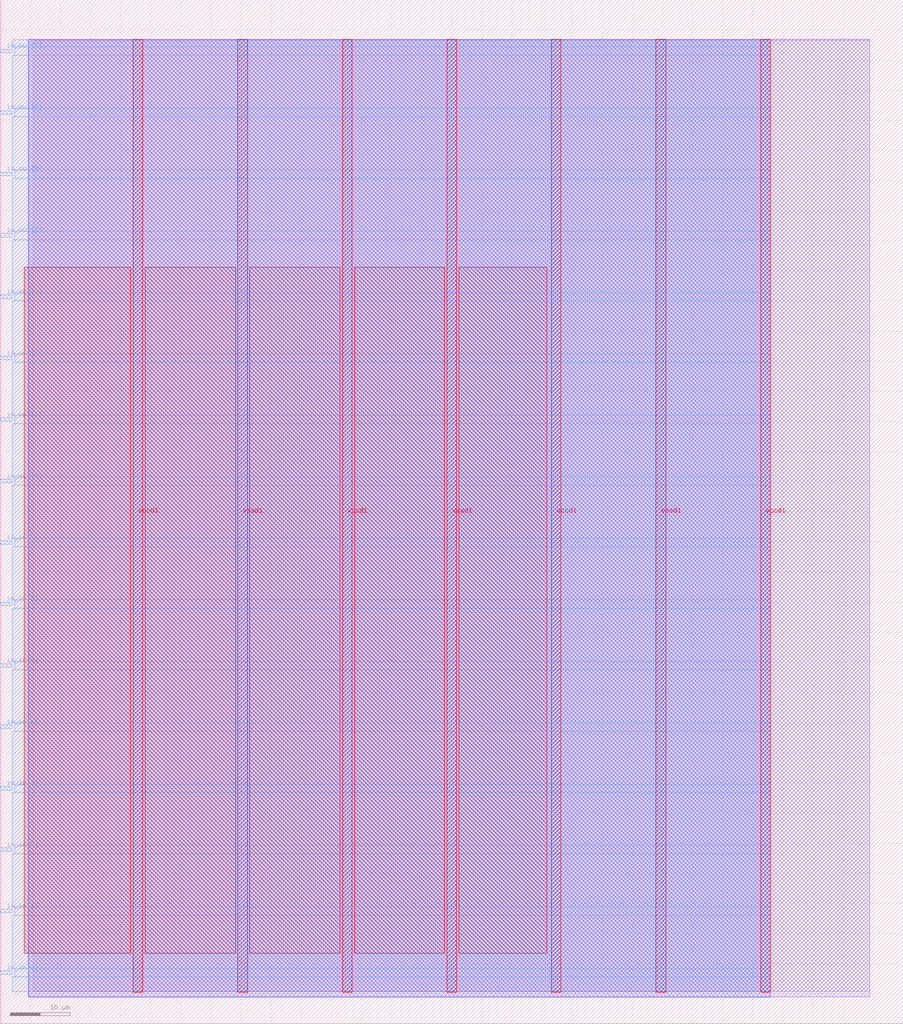
<source format=lef>
VERSION 5.7 ;
  NOWIREEXTENSIONATPIN ON ;
  DIVIDERCHAR "/" ;
  BUSBITCHARS "[]" ;
MACRO cpldcpu_TrainLED2top
  CLASS BLOCK ;
  FOREIGN cpldcpu_TrainLED2top ;
  ORIGIN 0.000 0.000 ;
  SIZE 150.000 BY 170.000 ;
  PIN io_in[0]
    DIRECTION INPUT ;
    USE SIGNAL ;
    PORT
      LAYER met3 ;
        RECT 0.000 8.200 2.000 8.800 ;
    END
  END io_in[0]
  PIN io_in[1]
    DIRECTION INPUT ;
    USE SIGNAL ;
    PORT
      LAYER met3 ;
        RECT 0.000 18.400 2.000 19.000 ;
    END
  END io_in[1]
  PIN io_in[2]
    DIRECTION INPUT ;
    USE SIGNAL ;
    PORT
      LAYER met3 ;
        RECT 0.000 28.600 2.000 29.200 ;
    END
  END io_in[2]
  PIN io_in[3]
    DIRECTION INPUT ;
    USE SIGNAL ;
    PORT
      LAYER met3 ;
        RECT 0.000 38.800 2.000 39.400 ;
    END
  END io_in[3]
  PIN io_in[4]
    DIRECTION INPUT ;
    USE SIGNAL ;
    PORT
      LAYER met3 ;
        RECT 0.000 49.000 2.000 49.600 ;
    END
  END io_in[4]
  PIN io_in[5]
    DIRECTION INPUT ;
    USE SIGNAL ;
    PORT
      LAYER met3 ;
        RECT 0.000 59.200 2.000 59.800 ;
    END
  END io_in[5]
  PIN io_in[6]
    DIRECTION INPUT ;
    USE SIGNAL ;
    PORT
      LAYER met3 ;
        RECT 0.000 69.400 2.000 70.000 ;
    END
  END io_in[6]
  PIN io_in[7]
    DIRECTION INPUT ;
    USE SIGNAL ;
    PORT
      LAYER met3 ;
        RECT 0.000 79.600 2.000 80.200 ;
    END
  END io_in[7]
  PIN io_out[0]
    DIRECTION OUTPUT TRISTATE ;
    USE SIGNAL ;
    PORT
      LAYER met3 ;
        RECT 0.000 89.800 2.000 90.400 ;
    END
  END io_out[0]
  PIN io_out[1]
    DIRECTION OUTPUT TRISTATE ;
    USE SIGNAL ;
    PORT
      LAYER met3 ;
        RECT 0.000 100.000 2.000 100.600 ;
    END
  END io_out[1]
  PIN io_out[2]
    DIRECTION OUTPUT TRISTATE ;
    USE SIGNAL ;
    PORT
      LAYER met3 ;
        RECT 0.000 110.200 2.000 110.800 ;
    END
  END io_out[2]
  PIN io_out[3]
    DIRECTION OUTPUT TRISTATE ;
    USE SIGNAL ;
    PORT
      LAYER met3 ;
        RECT 0.000 120.400 2.000 121.000 ;
    END
  END io_out[3]
  PIN io_out[4]
    DIRECTION OUTPUT TRISTATE ;
    USE SIGNAL ;
    PORT
      LAYER met3 ;
        RECT 0.000 130.600 2.000 131.200 ;
    END
  END io_out[4]
  PIN io_out[5]
    DIRECTION OUTPUT TRISTATE ;
    USE SIGNAL ;
    PORT
      LAYER met3 ;
        RECT 0.000 140.800 2.000 141.400 ;
    END
  END io_out[5]
  PIN io_out[6]
    DIRECTION OUTPUT TRISTATE ;
    USE SIGNAL ;
    PORT
      LAYER met3 ;
        RECT 0.000 151.000 2.000 151.600 ;
    END
  END io_out[6]
  PIN io_out[7]
    DIRECTION OUTPUT TRISTATE ;
    USE SIGNAL ;
    PORT
      LAYER met3 ;
        RECT 0.000 161.200 2.000 161.800 ;
    END
  END io_out[7]
  PIN vccd1
    DIRECTION INOUT ;
    USE POWER ;
    PORT
      LAYER met4 ;
        RECT 22.090 5.200 23.690 163.440 ;
    END
    PORT
      LAYER met4 ;
        RECT 56.830 5.200 58.430 163.440 ;
    END
    PORT
      LAYER met4 ;
        RECT 91.570 5.200 93.170 163.440 ;
    END
    PORT
      LAYER met4 ;
        RECT 126.310 5.200 127.910 163.440 ;
    END
  END vccd1
  PIN vssd1
    DIRECTION INOUT ;
    USE GROUND ;
    PORT
      LAYER met4 ;
        RECT 39.460 5.200 41.060 163.440 ;
    END
    PORT
      LAYER met4 ;
        RECT 74.200 5.200 75.800 163.440 ;
    END
    PORT
      LAYER met4 ;
        RECT 108.940 5.200 110.540 163.440 ;
    END
  END vssd1
  OBS
      LAYER li1 ;
        RECT 5.520 5.355 144.440 163.285 ;
      LAYER met1 ;
        RECT 4.670 4.460 144.440 163.440 ;
      LAYER met2 ;
        RECT 4.700 4.430 127.880 163.385 ;
      LAYER met3 ;
        RECT 2.000 162.200 127.900 163.365 ;
        RECT 2.400 160.800 127.900 162.200 ;
        RECT 2.000 152.000 127.900 160.800 ;
        RECT 2.400 150.600 127.900 152.000 ;
        RECT 2.000 141.800 127.900 150.600 ;
        RECT 2.400 140.400 127.900 141.800 ;
        RECT 2.000 131.600 127.900 140.400 ;
        RECT 2.400 130.200 127.900 131.600 ;
        RECT 2.000 121.400 127.900 130.200 ;
        RECT 2.400 120.000 127.900 121.400 ;
        RECT 2.000 111.200 127.900 120.000 ;
        RECT 2.400 109.800 127.900 111.200 ;
        RECT 2.000 101.000 127.900 109.800 ;
        RECT 2.400 99.600 127.900 101.000 ;
        RECT 2.000 90.800 127.900 99.600 ;
        RECT 2.400 89.400 127.900 90.800 ;
        RECT 2.000 80.600 127.900 89.400 ;
        RECT 2.400 79.200 127.900 80.600 ;
        RECT 2.000 70.400 127.900 79.200 ;
        RECT 2.400 69.000 127.900 70.400 ;
        RECT 2.000 60.200 127.900 69.000 ;
        RECT 2.400 58.800 127.900 60.200 ;
        RECT 2.000 50.000 127.900 58.800 ;
        RECT 2.400 48.600 127.900 50.000 ;
        RECT 2.000 39.800 127.900 48.600 ;
        RECT 2.400 38.400 127.900 39.800 ;
        RECT 2.000 29.600 127.900 38.400 ;
        RECT 2.400 28.200 127.900 29.600 ;
        RECT 2.000 19.400 127.900 28.200 ;
        RECT 2.400 18.000 127.900 19.400 ;
        RECT 2.000 9.200 127.900 18.000 ;
        RECT 2.400 7.800 127.900 9.200 ;
        RECT 2.000 5.275 127.900 7.800 ;
      LAYER met4 ;
        RECT 3.975 11.735 21.690 125.625 ;
        RECT 24.090 11.735 39.060 125.625 ;
        RECT 41.460 11.735 56.430 125.625 ;
        RECT 58.830 11.735 73.800 125.625 ;
        RECT 76.200 11.735 90.785 125.625 ;
  END
END cpldcpu_TrainLED2top
END LIBRARY


</source>
